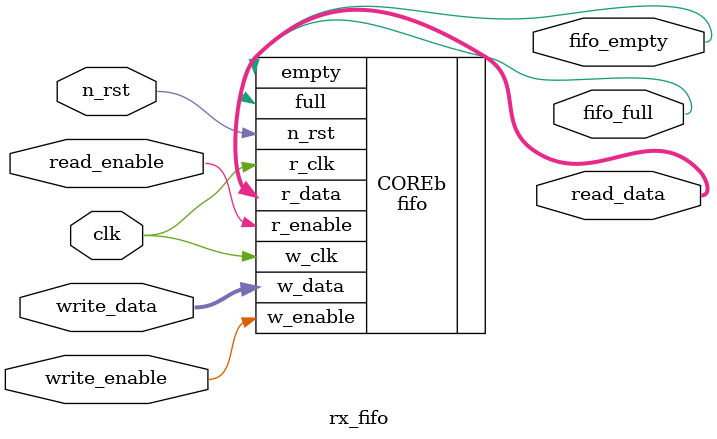
<source format=sv>
module rx_fifo
(
  input wire clk,
  input wire n_rst,
  input wire read_enable,
  input wire write_enable,
  input wire [7:0] write_data,
  output wire [7:0] read_data,
  output wire fifo_empty,
  output wire fifo_full
);

fifo COREb(
    .r_clk(clk),
    .w_clk(clk),
    .n_rst(n_rst),
    .r_enable(read_enable),
    .w_enable(write_enable),
    .w_data(write_data),
    .r_data(read_data),
    .empty(fifo_empty),
    .full(fifo_full)
);

endmodule

</source>
